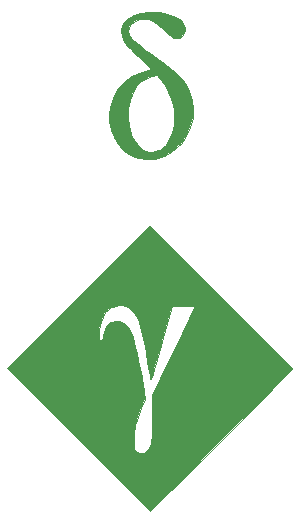
<source format=gto>
G04 #@! TF.GenerationSoftware,KiCad,Pcbnew,(5.1.9)-1*
G04 #@! TF.CreationDate,2021-03-26T23:35:01-07:00*
G04 #@! TF.ProjectId,mole-diamond-keychain-alt,6d6f6c65-2d64-4696-916d-6f6e642d6b65,A*
G04 #@! TF.SameCoordinates,Original*
G04 #@! TF.FileFunction,Legend,Top*
G04 #@! TF.FilePolarity,Positive*
%FSLAX46Y46*%
G04 Gerber Fmt 4.6, Leading zero omitted, Abs format (unit mm)*
G04 Created by KiCad (PCBNEW (5.1.9)-1) date 2021-03-26 23:35:01*
%MOMM*%
%LPD*%
G01*
G04 APERTURE LIST*
%ADD10C,0.010000*%
%ADD11C,5.702000*%
G04 APERTURE END LIST*
D10*
G36*
X566735Y43503568D02*
G01*
X787912Y43478425D01*
X1393267Y43361937D01*
X1934981Y43187311D01*
X2379100Y42968369D01*
X2691670Y42718931D01*
X2712660Y42694899D01*
X2875559Y42401606D01*
X2925361Y42078853D01*
X2873907Y41765861D01*
X2733036Y41501852D01*
X2514590Y41326046D01*
X2284070Y41275212D01*
X2109192Y41291665D01*
X1935653Y41352989D01*
X1736405Y41477131D01*
X1484400Y41682041D01*
X1152588Y41985664D01*
X1011505Y42119616D01*
X584470Y42499079D01*
X218062Y42751886D01*
X-121269Y42892107D01*
X-467074Y42933814D01*
X-835722Y42894337D01*
X-1299507Y42749554D01*
X-1633296Y42523977D01*
X-1828955Y42235923D01*
X-1878352Y41903706D01*
X-1773356Y41545642D01*
X-1567298Y41246671D01*
X-1419843Y41108279D01*
X-1160493Y40894947D01*
X-816656Y40628001D01*
X-415745Y40328769D01*
X-26307Y40047725D01*
X686711Y39536583D01*
X1274319Y39101550D01*
X1753113Y38726498D01*
X2139692Y38395301D01*
X2450653Y38091832D01*
X2702594Y37799964D01*
X2912113Y37503571D01*
X3095807Y37186525D01*
X3260062Y36854626D01*
X3523794Y36097337D01*
X3630151Y35312964D01*
X3583363Y34525002D01*
X3387658Y33756946D01*
X3047267Y33032288D01*
X2566417Y32374525D01*
X2426764Y32225334D01*
X1796684Y31685547D01*
X1128964Y31307989D01*
X428720Y31094214D01*
X-298933Y31045778D01*
X-1048880Y31164236D01*
X-1056493Y31166274D01*
X-1712188Y31424580D01*
X-2277755Y31811210D01*
X-2745580Y32306618D01*
X-3108048Y32891257D01*
X-3357543Y33545583D01*
X-3486451Y34250048D01*
X-3486801Y34615167D01*
X-1871398Y34615167D01*
X-1790703Y33878746D01*
X-1602796Y33188017D01*
X-1513300Y32968748D01*
X-1298506Y32589808D01*
X-1020472Y32239607D01*
X-716305Y31956265D01*
X-423115Y31777905D01*
X-322716Y31745675D01*
X-119776Y31698798D01*
X-212Y31668242D01*
X182934Y31664963D01*
X445901Y31713705D01*
X713473Y31798392D01*
X810484Y31841490D01*
X994323Y31968395D01*
X1218783Y32169256D01*
X1334596Y32289713D01*
X1627228Y32725514D01*
X1842116Y33278671D01*
X1975112Y33914041D01*
X2022073Y34596477D01*
X1978854Y35290835D01*
X1841309Y35961970D01*
X1787918Y36133281D01*
X1542482Y36757905D01*
X1241955Y37303962D01*
X841315Y37853032D01*
X833461Y37862762D01*
X546351Y38217978D01*
X168081Y38104136D01*
X-309446Y37915376D01*
X-747347Y37660109D01*
X-1090821Y37372313D01*
X-1180136Y37268163D01*
X-1499249Y36723779D01*
X-1722766Y36075165D01*
X-1847784Y35359800D01*
X-1871398Y34615167D01*
X-3486801Y34615167D01*
X-3487156Y34985107D01*
X-3352043Y35731214D01*
X-3100378Y36412426D01*
X-2711924Y37045286D01*
X-2180519Y37599116D01*
X-1517409Y38064869D01*
X-733839Y38433499D01*
X-475376Y38524313D01*
X65460Y38700725D01*
X-969442Y39670469D01*
X-1333154Y40020440D01*
X-1666455Y40358054D01*
X-1942979Y40655330D01*
X-2136356Y40884288D01*
X-2202472Y40978879D01*
X-2416609Y41472637D01*
X-2474082Y41934991D01*
X-2386122Y42356554D01*
X-2163962Y42727937D01*
X-1818832Y43039753D01*
X-1361966Y43282612D01*
X-804595Y43447126D01*
X-157951Y43523908D01*
X566735Y43503568D01*
G37*
X566735Y43503568D02*
X787912Y43478425D01*
X1393267Y43361937D01*
X1934981Y43187311D01*
X2379100Y42968369D01*
X2691670Y42718931D01*
X2712660Y42694899D01*
X2875559Y42401606D01*
X2925361Y42078853D01*
X2873907Y41765861D01*
X2733036Y41501852D01*
X2514590Y41326046D01*
X2284070Y41275212D01*
X2109192Y41291665D01*
X1935653Y41352989D01*
X1736405Y41477131D01*
X1484400Y41682041D01*
X1152588Y41985664D01*
X1011505Y42119616D01*
X584470Y42499079D01*
X218062Y42751886D01*
X-121269Y42892107D01*
X-467074Y42933814D01*
X-835722Y42894337D01*
X-1299507Y42749554D01*
X-1633296Y42523977D01*
X-1828955Y42235923D01*
X-1878352Y41903706D01*
X-1773356Y41545642D01*
X-1567298Y41246671D01*
X-1419843Y41108279D01*
X-1160493Y40894947D01*
X-816656Y40628001D01*
X-415745Y40328769D01*
X-26307Y40047725D01*
X686711Y39536583D01*
X1274319Y39101550D01*
X1753113Y38726498D01*
X2139692Y38395301D01*
X2450653Y38091832D01*
X2702594Y37799964D01*
X2912113Y37503571D01*
X3095807Y37186525D01*
X3260062Y36854626D01*
X3523794Y36097337D01*
X3630151Y35312964D01*
X3583363Y34525002D01*
X3387658Y33756946D01*
X3047267Y33032288D01*
X2566417Y32374525D01*
X2426764Y32225334D01*
X1796684Y31685547D01*
X1128964Y31307989D01*
X428720Y31094214D01*
X-298933Y31045778D01*
X-1048880Y31164236D01*
X-1056493Y31166274D01*
X-1712188Y31424580D01*
X-2277755Y31811210D01*
X-2745580Y32306618D01*
X-3108048Y32891257D01*
X-3357543Y33545583D01*
X-3486451Y34250048D01*
X-3486801Y34615167D01*
X-1871398Y34615167D01*
X-1790703Y33878746D01*
X-1602796Y33188017D01*
X-1513300Y32968748D01*
X-1298506Y32589808D01*
X-1020472Y32239607D01*
X-716305Y31956265D01*
X-423115Y31777905D01*
X-322716Y31745675D01*
X-119776Y31698798D01*
X-212Y31668242D01*
X182934Y31664963D01*
X445901Y31713705D01*
X713473Y31798392D01*
X810484Y31841490D01*
X994323Y31968395D01*
X1218783Y32169256D01*
X1334596Y32289713D01*
X1627228Y32725514D01*
X1842116Y33278671D01*
X1975112Y33914041D01*
X2022073Y34596477D01*
X1978854Y35290835D01*
X1841309Y35961970D01*
X1787918Y36133281D01*
X1542482Y36757905D01*
X1241955Y37303962D01*
X841315Y37853032D01*
X833461Y37862762D01*
X546351Y38217978D01*
X168081Y38104136D01*
X-309446Y37915376D01*
X-747347Y37660109D01*
X-1090821Y37372313D01*
X-1180136Y37268163D01*
X-1499249Y36723779D01*
X-1722766Y36075165D01*
X-1847784Y35359800D01*
X-1871398Y34615167D01*
X-3486801Y34615167D01*
X-3487156Y34985107D01*
X-3352043Y35731214D01*
X-3100378Y36412426D01*
X-2711924Y37045286D01*
X-2180519Y37599116D01*
X-1517409Y38064869D01*
X-733839Y38433499D01*
X-475376Y38524313D01*
X65460Y38700725D01*
X-969442Y39670469D01*
X-1333154Y40020440D01*
X-1666455Y40358054D01*
X-1942979Y40655330D01*
X-2136356Y40884288D01*
X-2202472Y40978879D01*
X-2416609Y41472637D01*
X-2474082Y41934991D01*
X-2386122Y42356554D01*
X-2163962Y42727937D01*
X-1818832Y43039753D01*
X-1361966Y43282612D01*
X-804595Y43447126D01*
X-157951Y43523908D01*
X566735Y43503568D01*
G36*
X6053455Y19388879D02*
G01*
X12106825Y13335064D01*
X6053159Y7281397D01*
X-508Y1227731D01*
X-6053879Y7281545D01*
X-12107250Y13335360D01*
X-9371281Y16071329D01*
X-4360545Y16071329D01*
X-4347615Y15837723D01*
X-4296512Y15730045D01*
X-4200826Y15705879D01*
X-4094209Y15743782D01*
X-4025243Y15882294D01*
X-3981095Y16106058D01*
X-3845955Y16635518D01*
X-3622517Y17027695D01*
X-3315361Y17278088D01*
X-2929063Y17382190D01*
X-2690243Y17376115D01*
X-2374342Y17300237D01*
X-2108618Y17138410D01*
X-1879769Y16872540D01*
X-1674493Y16484532D01*
X-1479488Y15956292D01*
X-1364060Y15572216D01*
X-1260948Y15172056D01*
X-1139062Y14640564D01*
X-1005673Y14013726D01*
X-868047Y13327530D01*
X-733456Y12617961D01*
X-609167Y11921006D01*
X-527405Y11430212D01*
X-418611Y10752879D01*
X-747295Y9990879D01*
X-1047182Y9229745D01*
X-1249540Y8544652D01*
X-1365694Y7881931D01*
X-1406972Y7187914D01*
X-1404736Y6875530D01*
X-1332942Y6542619D01*
X-1158838Y6301966D01*
X-918068Y6168594D01*
X-646277Y6157526D01*
X-379109Y6283784D01*
X-264992Y6395175D01*
X-134733Y6564822D01*
X-33469Y6742455D01*
X42456Y6951562D01*
X96703Y7215632D01*
X132929Y7558152D01*
X154794Y8002612D01*
X165955Y8572500D01*
X169800Y9186545D01*
X175418Y11091545D01*
X1601693Y14054879D01*
X1936170Y14750359D01*
X2262528Y15429977D01*
X2569912Y16071057D01*
X2847468Y16650919D01*
X3084340Y17146886D01*
X3269674Y17536281D01*
X3392616Y17796425D01*
X3394938Y17801379D01*
X3761908Y18584545D01*
X1858579Y18584545D01*
X1022976Y15684712D01*
X825858Y15003088D01*
X639916Y14364748D01*
X471181Y13790053D01*
X325687Y13299363D01*
X209467Y12913039D01*
X128552Y12651443D01*
X91574Y12541165D01*
X55839Y12472362D01*
X21832Y12471394D01*
X-14851Y12555887D01*
X-58616Y12743470D01*
X-113867Y13051768D01*
X-185008Y13498410D01*
X-243490Y13882075D01*
X-384178Y14748419D01*
X-533862Y15550910D01*
X-687708Y16268626D01*
X-840882Y16880645D01*
X-988551Y17366043D01*
X-1125879Y17703899D01*
X-1127023Y17706146D01*
X-1342196Y18031478D01*
X-1622447Y18324783D01*
X-1919995Y18542337D01*
X-2139598Y18632727D01*
X-2345157Y18680342D01*
X-2466287Y18711960D01*
X-2653891Y18713327D01*
X-2927301Y18656131D01*
X-3221679Y18559133D01*
X-3472182Y18441095D01*
X-3528923Y18404500D01*
X-3788180Y18133318D01*
X-4014195Y17731143D01*
X-4193722Y17235130D01*
X-4313519Y16682433D01*
X-4360343Y16110209D01*
X-4360545Y16071329D01*
X-9371281Y16071329D01*
X84Y25442694D01*
X6053455Y19388879D01*
G37*
X6053455Y19388879D02*
X12106825Y13335064D01*
X6053159Y7281397D01*
X-508Y1227731D01*
X-6053879Y7281545D01*
X-12107250Y13335360D01*
X-9371281Y16071329D01*
X-4360545Y16071329D01*
X-4347615Y15837723D01*
X-4296512Y15730045D01*
X-4200826Y15705879D01*
X-4094209Y15743782D01*
X-4025243Y15882294D01*
X-3981095Y16106058D01*
X-3845955Y16635518D01*
X-3622517Y17027695D01*
X-3315361Y17278088D01*
X-2929063Y17382190D01*
X-2690243Y17376115D01*
X-2374342Y17300237D01*
X-2108618Y17138410D01*
X-1879769Y16872540D01*
X-1674493Y16484532D01*
X-1479488Y15956292D01*
X-1364060Y15572216D01*
X-1260948Y15172056D01*
X-1139062Y14640564D01*
X-1005673Y14013726D01*
X-868047Y13327530D01*
X-733456Y12617961D01*
X-609167Y11921006D01*
X-527405Y11430212D01*
X-418611Y10752879D01*
X-747295Y9990879D01*
X-1047182Y9229745D01*
X-1249540Y8544652D01*
X-1365694Y7881931D01*
X-1406972Y7187914D01*
X-1404736Y6875530D01*
X-1332942Y6542619D01*
X-1158838Y6301966D01*
X-918068Y6168594D01*
X-646277Y6157526D01*
X-379109Y6283784D01*
X-264992Y6395175D01*
X-134733Y6564822D01*
X-33469Y6742455D01*
X42456Y6951562D01*
X96703Y7215632D01*
X132929Y7558152D01*
X154794Y8002612D01*
X165955Y8572500D01*
X169800Y9186545D01*
X175418Y11091545D01*
X1601693Y14054879D01*
X1936170Y14750359D01*
X2262528Y15429977D01*
X2569912Y16071057D01*
X2847468Y16650919D01*
X3084340Y17146886D01*
X3269674Y17536281D01*
X3392616Y17796425D01*
X3394938Y17801379D01*
X3761908Y18584545D01*
X1858579Y18584545D01*
X1022976Y15684712D01*
X825858Y15003088D01*
X639916Y14364748D01*
X471181Y13790053D01*
X325687Y13299363D01*
X209467Y12913039D01*
X128552Y12651443D01*
X91574Y12541165D01*
X55839Y12472362D01*
X21832Y12471394D01*
X-14851Y12555887D01*
X-58616Y12743470D01*
X-113867Y13051768D01*
X-185008Y13498410D01*
X-243490Y13882075D01*
X-384178Y14748419D01*
X-533862Y15550910D01*
X-687708Y16268626D01*
X-840882Y16880645D01*
X-988551Y17366043D01*
X-1125879Y17703899D01*
X-1127023Y17706146D01*
X-1342196Y18031478D01*
X-1622447Y18324783D01*
X-1919995Y18542337D01*
X-2139598Y18632727D01*
X-2345157Y18680342D01*
X-2466287Y18711960D01*
X-2653891Y18713327D01*
X-2927301Y18656131D01*
X-3221679Y18559133D01*
X-3472182Y18441095D01*
X-3528923Y18404500D01*
X-3788180Y18133318D01*
X-4014195Y17731143D01*
X-4193722Y17235130D01*
X-4313519Y16682433D01*
X-4360343Y16110209D01*
X-4360545Y16071329D01*
X-9371281Y16071329D01*
X84Y25442694D01*
X6053455Y19388879D01*
%LPC*%
G36*
X-14573621Y30819293D02*
G01*
X-14423742Y30780703D01*
X-14246932Y30740060D01*
X-13970166Y30615233D01*
X-13672240Y30379463D01*
X-13400936Y30076475D01*
X-13234356Y29813479D01*
X-13097140Y29477009D01*
X-12949541Y28992813D01*
X-12796394Y28381813D01*
X-12642532Y27664933D01*
X-12492791Y26863094D01*
X-12352003Y25997218D01*
X-12350823Y25989408D01*
X-12266630Y25440659D01*
X-12201266Y25042013D01*
X-12150327Y24775845D01*
X-12109408Y24624527D01*
X-12074104Y24570431D01*
X-12040011Y24595931D01*
X-12015760Y24648498D01*
X-11970463Y24785039D01*
X-11884613Y25064018D01*
X-11764242Y25465075D01*
X-11615382Y25967849D01*
X-11444067Y26551978D01*
X-11256329Y27197103D01*
X-11084357Y27792045D01*
X-10248754Y30691879D01*
X-8345425Y30691879D01*
X-8712395Y29908712D01*
X-8833526Y29652322D01*
X-9017339Y29266077D01*
X-9252979Y28772655D01*
X-9529591Y28194734D01*
X-9836321Y27554991D01*
X-10162314Y26876106D01*
X-10496716Y26180754D01*
X-10505640Y26162212D01*
X-11931915Y23198879D01*
X-11937533Y21293879D01*
X-11942374Y20596180D01*
X-11954745Y20044281D01*
X-11978304Y19614695D01*
X-12016710Y19283933D01*
X-12073622Y19028505D01*
X-12152699Y18824924D01*
X-12257598Y18649702D01*
X-12372326Y18502508D01*
X-12634150Y18294354D01*
X-12917341Y18249428D01*
X-13198930Y18368943D01*
X-13296727Y18453697D01*
X-13471737Y18731241D01*
X-13512069Y18982864D01*
X-13498750Y19705888D01*
X-13415290Y20375170D01*
X-13250364Y21044376D01*
X-12992647Y21767177D01*
X-12854628Y22098212D01*
X-12525944Y22860212D01*
X-12634739Y23537545D01*
X-12746591Y24201605D01*
X-12874175Y24905155D01*
X-13010222Y25612209D01*
X-13147462Y26286781D01*
X-13278627Y26892883D01*
X-13396446Y27394529D01*
X-13471393Y27679550D01*
X-13666575Y28298857D01*
X-13864191Y28767274D01*
X-14077545Y29102895D01*
X-14319939Y29323815D01*
X-14604675Y29448128D01*
X-14797577Y29483448D01*
X-15224535Y29459864D01*
X-15574813Y29287569D01*
X-15843833Y28971067D01*
X-16027018Y28514861D01*
X-16088428Y28213392D01*
X-16141479Y27960505D01*
X-16214870Y27839751D01*
X-16308159Y27813212D01*
X-16410257Y27842798D01*
X-16457317Y27959725D01*
X-16467879Y28178662D01*
X-16426525Y28750865D01*
X-16311293Y29306079D01*
X-16135426Y29807148D01*
X-15912166Y30216918D01*
X-15654758Y30498234D01*
X-15636256Y30511833D01*
X-15411468Y30632520D01*
X-15123415Y30737777D01*
X-14836938Y30808842D01*
X-14616878Y30826955D01*
X-14573621Y30819293D01*
G37*
X-14573621Y30819293D02*
X-14423742Y30780703D01*
X-14246932Y30740060D01*
X-13970166Y30615233D01*
X-13672240Y30379463D01*
X-13400936Y30076475D01*
X-13234356Y29813479D01*
X-13097140Y29477009D01*
X-12949541Y28992813D01*
X-12796394Y28381813D01*
X-12642532Y27664933D01*
X-12492791Y26863094D01*
X-12352003Y25997218D01*
X-12350823Y25989408D01*
X-12266630Y25440659D01*
X-12201266Y25042013D01*
X-12150327Y24775845D01*
X-12109408Y24624527D01*
X-12074104Y24570431D01*
X-12040011Y24595931D01*
X-12015760Y24648498D01*
X-11970463Y24785039D01*
X-11884613Y25064018D01*
X-11764242Y25465075D01*
X-11615382Y25967849D01*
X-11444067Y26551978D01*
X-11256329Y27197103D01*
X-11084357Y27792045D01*
X-10248754Y30691879D01*
X-8345425Y30691879D01*
X-8712395Y29908712D01*
X-8833526Y29652322D01*
X-9017339Y29266077D01*
X-9252979Y28772655D01*
X-9529591Y28194734D01*
X-9836321Y27554991D01*
X-10162314Y26876106D01*
X-10496716Y26180754D01*
X-10505640Y26162212D01*
X-11931915Y23198879D01*
X-11937533Y21293879D01*
X-11942374Y20596180D01*
X-11954745Y20044281D01*
X-11978304Y19614695D01*
X-12016710Y19283933D01*
X-12073622Y19028505D01*
X-12152699Y18824924D01*
X-12257598Y18649702D01*
X-12372326Y18502508D01*
X-12634150Y18294354D01*
X-12917341Y18249428D01*
X-13198930Y18368943D01*
X-13296727Y18453697D01*
X-13471737Y18731241D01*
X-13512069Y18982864D01*
X-13498750Y19705888D01*
X-13415290Y20375170D01*
X-13250364Y21044376D01*
X-12992647Y21767177D01*
X-12854628Y22098212D01*
X-12525944Y22860212D01*
X-12634739Y23537545D01*
X-12746591Y24201605D01*
X-12874175Y24905155D01*
X-13010222Y25612209D01*
X-13147462Y26286781D01*
X-13278627Y26892883D01*
X-13396446Y27394529D01*
X-13471393Y27679550D01*
X-13666575Y28298857D01*
X-13864191Y28767274D01*
X-14077545Y29102895D01*
X-14319939Y29323815D01*
X-14604675Y29448128D01*
X-14797577Y29483448D01*
X-15224535Y29459864D01*
X-15574813Y29287569D01*
X-15843833Y28971067D01*
X-16027018Y28514861D01*
X-16088428Y28213392D01*
X-16141479Y27960505D01*
X-16214870Y27839751D01*
X-16308159Y27813212D01*
X-16410257Y27842798D01*
X-16457317Y27959725D01*
X-16467879Y28178662D01*
X-16426525Y28750865D01*
X-16311293Y29306079D01*
X-16135426Y29807148D01*
X-15912166Y30216918D01*
X-15654758Y30498234D01*
X-15636256Y30511833D01*
X-15411468Y30632520D01*
X-15123415Y30737777D01*
X-14836938Y30808842D01*
X-14616878Y30826955D01*
X-14573621Y30819293D01*
G36*
X18118529Y31453657D02*
G01*
X24172269Y25399916D01*
X18139474Y19367564D01*
X12106679Y13335211D01*
X6053381Y19388952D01*
X84Y25442693D01*
X12064788Y37507397D01*
X18118529Y31453657D01*
G37*
X18118529Y31453657D02*
X24172269Y25399916D01*
X18139474Y19367564D01*
X12106679Y13335211D01*
X6053381Y19388952D01*
X84Y25442693D01*
X12064788Y37507397D01*
X18118529Y31453657D01*
D11*
X-5Y53340005D03*
M02*

</source>
